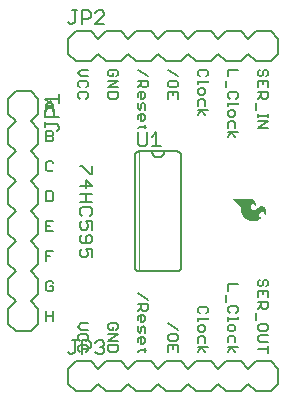
<source format=gbr>
G04 EAGLE Gerber RS-274X export*
G75*
%MOMM*%
%FSLAX34Y34*%
%LPD*%
%INSilkscreen Top*%
%IPPOS*%
%AMOC8*
5,1,8,0,0,1.08239X$1,22.5*%
G01*
%ADD10C,0.152400*%
%ADD11C,0.203200*%
%ADD12C,0.050800*%
%ADD13C,0.127000*%

G36*
X208944Y143841D02*
X208944Y143841D01*
X208953Y143845D01*
X208965Y143843D01*
X210004Y144050D01*
X210012Y144055D01*
X210023Y144055D01*
X211020Y144413D01*
X211027Y144419D01*
X211038Y144420D01*
X211972Y144922D01*
X211979Y144931D01*
X211991Y144934D01*
X213128Y145841D01*
X213134Y145852D01*
X213147Y145859D01*
X214068Y146985D01*
X214080Y147028D01*
X214096Y147069D01*
X214094Y147074D01*
X214095Y147080D01*
X214074Y147118D01*
X214055Y147158D01*
X214049Y147161D01*
X214047Y147165D01*
X214018Y147173D01*
X213970Y147191D01*
X213090Y147191D01*
X212970Y147207D01*
X212867Y147251D01*
X212527Y147525D01*
X212279Y147886D01*
X212214Y148060D01*
X212156Y148599D01*
X212254Y149128D01*
X212503Y149616D01*
X213154Y150518D01*
X213508Y150930D01*
X213918Y151281D01*
X214376Y151564D01*
X214870Y151770D01*
X215170Y151829D01*
X215473Y151817D01*
X215992Y151660D01*
X216452Y151374D01*
X216822Y150979D01*
X217077Y150498D01*
X217216Y150008D01*
X217273Y149497D01*
X217273Y148894D01*
X217273Y148893D01*
X217282Y148872D01*
X217311Y148803D01*
X217403Y148768D01*
X217413Y148772D01*
X217488Y148806D01*
X217491Y148808D01*
X217492Y148809D01*
X217493Y148810D01*
X217513Y148831D01*
X217516Y148838D01*
X217524Y148842D01*
X217862Y149277D01*
X217866Y149292D01*
X217878Y149304D01*
X218099Y149808D01*
X218099Y149809D01*
X218251Y150165D01*
X218352Y150393D01*
X218353Y150404D01*
X218359Y150413D01*
X218579Y151291D01*
X218578Y151300D01*
X218582Y151310D01*
X218668Y152210D01*
X218664Y152220D01*
X218668Y152232D01*
X218602Y153100D01*
X218596Y153111D01*
X218597Y153124D01*
X218366Y153964D01*
X218358Y153974D01*
X218357Y153987D01*
X217969Y154767D01*
X217961Y154774D01*
X217958Y154785D01*
X217398Y155562D01*
X217391Y155566D01*
X217387Y155575D01*
X216729Y156271D01*
X216718Y156276D01*
X216710Y156287D01*
X216107Y156718D01*
X216092Y156721D01*
X216079Y156733D01*
X215387Y157000D01*
X215371Y157000D01*
X215356Y157008D01*
X214619Y157095D01*
X214604Y157090D01*
X214587Y157094D01*
X213852Y156995D01*
X213839Y156987D01*
X213822Y156987D01*
X213134Y156707D01*
X213125Y156698D01*
X213111Y156695D01*
X211353Y155508D01*
X211348Y155500D01*
X211337Y155496D01*
X209796Y154043D01*
X209361Y153673D01*
X208858Y153433D01*
X208310Y153331D01*
X207754Y153374D01*
X207229Y153560D01*
X206769Y153875D01*
X206404Y154300D01*
X206111Y154843D01*
X205913Y155429D01*
X205816Y156039D01*
X205851Y156750D01*
X206058Y157428D01*
X206423Y158034D01*
X206751Y158347D01*
X207155Y158553D01*
X207571Y158646D01*
X207999Y158646D01*
X208414Y158553D01*
X208552Y158481D01*
X208666Y158363D01*
X209265Y157539D01*
X209336Y157406D01*
X209364Y157268D01*
X209348Y157110D01*
X209362Y157067D01*
X209373Y157022D01*
X209377Y157020D01*
X209378Y157016D01*
X209419Y156996D01*
X209458Y156973D01*
X209462Y156974D01*
X209466Y156972D01*
X209509Y156987D01*
X209553Y157000D01*
X209555Y157003D01*
X209559Y157005D01*
X209578Y157042D01*
X209599Y157078D01*
X209675Y157561D01*
X209674Y157566D01*
X209676Y157571D01*
X209749Y158511D01*
X209746Y158520D01*
X209749Y158531D01*
X209676Y159471D01*
X209671Y159481D01*
X209672Y159493D01*
X209488Y160192D01*
X209480Y160202D01*
X209479Y160216D01*
X209158Y160864D01*
X209149Y160872D01*
X209145Y160886D01*
X208700Y161456D01*
X208689Y161462D01*
X208683Y161474D01*
X208133Y161944D01*
X208121Y161948D01*
X208112Y161959D01*
X207380Y162360D01*
X207367Y162361D01*
X207356Y162370D01*
X206557Y162610D01*
X206544Y162609D01*
X206531Y162615D01*
X205700Y162685D01*
X205694Y162683D01*
X205689Y162685D01*
X190525Y162685D01*
X190520Y162683D01*
X190516Y162685D01*
X190476Y162664D01*
X190434Y162647D01*
X190433Y162642D01*
X190428Y162640D01*
X190415Y162597D01*
X190399Y162555D01*
X190401Y162550D01*
X190399Y162546D01*
X190435Y162476D01*
X190440Y162466D01*
X190441Y162465D01*
X195923Y157593D01*
X196705Y156739D01*
X197294Y155749D01*
X197421Y155398D01*
X197486Y155030D01*
X197486Y152755D01*
X197488Y152750D01*
X197486Y152744D01*
X197610Y151380D01*
X197616Y151370D01*
X197614Y151358D01*
X197982Y150039D01*
X197990Y150031D01*
X197991Y150018D01*
X198591Y148788D01*
X198598Y148781D01*
X198601Y148770D01*
X199418Y147613D01*
X199426Y147608D01*
X199429Y147599D01*
X200401Y146568D01*
X200409Y146564D01*
X200414Y146556D01*
X201521Y145671D01*
X201531Y145669D01*
X201538Y145660D01*
X203219Y144713D01*
X203230Y144712D01*
X203240Y144704D01*
X205064Y144076D01*
X205075Y144077D01*
X205086Y144070D01*
X206993Y143782D01*
X207004Y143785D01*
X207016Y143781D01*
X208944Y143841D01*
G37*
D10*
X67825Y57658D02*
X62063Y57658D01*
X59182Y54777D01*
X62063Y51896D01*
X67825Y51896D01*
X67825Y43981D02*
X66385Y42541D01*
X67825Y43981D02*
X67825Y46862D01*
X66385Y48303D01*
X60623Y48303D01*
X59182Y46862D01*
X59182Y43981D01*
X60623Y42541D01*
X67825Y34626D02*
X66385Y33185D01*
X67825Y34626D02*
X67825Y37507D01*
X66385Y38948D01*
X60623Y38948D01*
X59182Y37507D01*
X59182Y34626D01*
X60623Y33185D01*
X62063Y272288D02*
X67825Y272288D01*
X62063Y272288D02*
X59182Y269407D01*
X62063Y266526D01*
X67825Y266526D01*
X67825Y258611D02*
X66385Y257171D01*
X67825Y258611D02*
X67825Y261492D01*
X66385Y262933D01*
X60623Y262933D01*
X59182Y261492D01*
X59182Y258611D01*
X60623Y257171D01*
X67825Y249256D02*
X66385Y247815D01*
X67825Y249256D02*
X67825Y252137D01*
X66385Y253578D01*
X60623Y253578D01*
X59182Y252137D01*
X59182Y249256D01*
X60623Y247815D01*
X93225Y53336D02*
X91785Y51896D01*
X93225Y53336D02*
X93225Y56217D01*
X91785Y57658D01*
X86023Y57658D01*
X84582Y56217D01*
X84582Y53336D01*
X86023Y51896D01*
X88904Y51896D01*
X88904Y54777D01*
X93225Y48303D02*
X84582Y48303D01*
X84582Y42541D02*
X93225Y48303D01*
X93225Y42541D02*
X84582Y42541D01*
X84582Y38948D02*
X93225Y38948D01*
X84582Y38948D02*
X84582Y34626D01*
X86023Y33185D01*
X91785Y33185D01*
X93225Y34626D01*
X93225Y38948D01*
X91785Y266526D02*
X93225Y267966D01*
X93225Y270847D01*
X91785Y272288D01*
X86023Y272288D01*
X84582Y270847D01*
X84582Y267966D01*
X86023Y266526D01*
X88904Y266526D01*
X88904Y269407D01*
X93225Y262933D02*
X84582Y262933D01*
X84582Y257171D02*
X93225Y262933D01*
X93225Y257171D02*
X84582Y257171D01*
X84582Y253578D02*
X93225Y253578D01*
X84582Y253578D02*
X84582Y249256D01*
X86023Y247815D01*
X91785Y247815D01*
X93225Y249256D01*
X93225Y253578D01*
X109982Y83058D02*
X118625Y77296D01*
X118625Y73703D02*
X109982Y73703D01*
X118625Y73703D02*
X118625Y69381D01*
X117185Y67941D01*
X114304Y67941D01*
X112863Y69381D01*
X112863Y73703D01*
X112863Y70822D02*
X109982Y67941D01*
X109982Y62907D02*
X109982Y60026D01*
X109982Y62907D02*
X111423Y64348D01*
X114304Y64348D01*
X115744Y62907D01*
X115744Y60026D01*
X114304Y58585D01*
X112863Y58585D01*
X112863Y64348D01*
X109982Y54992D02*
X109982Y50671D01*
X111423Y49230D01*
X112863Y50671D01*
X112863Y53552D01*
X114304Y54992D01*
X115744Y53552D01*
X115744Y49230D01*
X109982Y44197D02*
X109982Y41316D01*
X109982Y44197D02*
X111423Y45637D01*
X114304Y45637D01*
X115744Y44197D01*
X115744Y41316D01*
X114304Y39875D01*
X112863Y39875D01*
X112863Y45637D01*
X111423Y34842D02*
X117185Y34842D01*
X111423Y34842D02*
X109982Y33401D01*
X115744Y33401D02*
X115744Y36282D01*
X118625Y266526D02*
X109982Y272288D01*
X109982Y262933D02*
X118625Y262933D01*
X118625Y258611D01*
X117185Y257171D01*
X114304Y257171D01*
X112863Y258611D01*
X112863Y262933D01*
X112863Y260052D02*
X109982Y257171D01*
X109982Y252137D02*
X109982Y249256D01*
X109982Y252137D02*
X111423Y253578D01*
X114304Y253578D01*
X115744Y252137D01*
X115744Y249256D01*
X114304Y247815D01*
X112863Y247815D01*
X112863Y253578D01*
X109982Y244222D02*
X109982Y239901D01*
X111423Y238460D01*
X112863Y239901D01*
X112863Y242782D01*
X114304Y244222D01*
X115744Y242782D01*
X115744Y238460D01*
X109982Y233427D02*
X109982Y230546D01*
X109982Y233427D02*
X111423Y234867D01*
X114304Y234867D01*
X115744Y233427D01*
X115744Y230546D01*
X114304Y229105D01*
X112863Y229105D01*
X112863Y234867D01*
X111423Y224072D02*
X117185Y224072D01*
X111423Y224072D02*
X109982Y222631D01*
X115744Y222631D02*
X115744Y225512D01*
X135382Y57658D02*
X144025Y51896D01*
X144025Y46862D02*
X144025Y43981D01*
X144025Y46862D02*
X142585Y48303D01*
X136823Y48303D01*
X135382Y46862D01*
X135382Y43981D01*
X136823Y42541D01*
X142585Y42541D01*
X144025Y43981D01*
X144025Y38948D02*
X144025Y33185D01*
X144025Y38948D02*
X135382Y38948D01*
X135382Y33185D01*
X139704Y36067D02*
X139704Y38948D01*
X144025Y266526D02*
X135382Y272288D01*
X144025Y261492D02*
X144025Y258611D01*
X144025Y261492D02*
X142585Y262933D01*
X136823Y262933D01*
X135382Y261492D01*
X135382Y258611D01*
X136823Y257171D01*
X142585Y257171D01*
X144025Y258611D01*
X144025Y253578D02*
X144025Y247815D01*
X144025Y253578D02*
X135382Y253578D01*
X135382Y247815D01*
X139704Y250697D02*
X139704Y253578D01*
X169425Y67306D02*
X167985Y65866D01*
X169425Y67306D02*
X169425Y70187D01*
X167985Y71628D01*
X162223Y71628D01*
X160782Y70187D01*
X160782Y67306D01*
X162223Y65866D01*
X169425Y62273D02*
X169425Y60832D01*
X160782Y60832D01*
X160782Y59392D02*
X160782Y62273D01*
X160782Y54595D02*
X160782Y51714D01*
X162223Y50274D01*
X165104Y50274D01*
X166544Y51714D01*
X166544Y54595D01*
X165104Y56036D01*
X162223Y56036D01*
X160782Y54595D01*
X166544Y45240D02*
X166544Y40919D01*
X166544Y45240D02*
X165104Y46681D01*
X162223Y46681D01*
X160782Y45240D01*
X160782Y40919D01*
X160782Y37326D02*
X169425Y37326D01*
X163663Y37326D02*
X160782Y33004D01*
X163663Y37326D02*
X166544Y33004D01*
X167985Y266526D02*
X169425Y267966D01*
X169425Y270847D01*
X167985Y272288D01*
X162223Y272288D01*
X160782Y270847D01*
X160782Y267966D01*
X162223Y266526D01*
X169425Y262933D02*
X169425Y261492D01*
X160782Y261492D01*
X160782Y260052D02*
X160782Y262933D01*
X160782Y255255D02*
X160782Y252374D01*
X162223Y250934D01*
X165104Y250934D01*
X166544Y252374D01*
X166544Y255255D01*
X165104Y256696D01*
X162223Y256696D01*
X160782Y255255D01*
X166544Y245900D02*
X166544Y241579D01*
X166544Y245900D02*
X165104Y247341D01*
X162223Y247341D01*
X160782Y245900D01*
X160782Y241579D01*
X160782Y237986D02*
X169425Y237986D01*
X163663Y237986D02*
X160782Y233664D01*
X163663Y237986D02*
X166544Y233664D01*
X186182Y272288D02*
X194825Y272288D01*
X186182Y272288D02*
X186182Y266526D01*
X184741Y262933D02*
X184741Y257171D01*
X193385Y247815D02*
X194825Y249256D01*
X194825Y252137D01*
X193385Y253578D01*
X187623Y253578D01*
X186182Y252137D01*
X186182Y249256D01*
X187623Y247815D01*
X194825Y244222D02*
X194825Y242782D01*
X186182Y242782D01*
X186182Y244222D02*
X186182Y241341D01*
X186182Y236545D02*
X186182Y233664D01*
X187623Y232223D01*
X190504Y232223D01*
X191944Y233664D01*
X191944Y236545D01*
X190504Y237986D01*
X187623Y237986D01*
X186182Y236545D01*
X191944Y227190D02*
X191944Y222868D01*
X191944Y227190D02*
X190504Y228630D01*
X187623Y228630D01*
X186182Y227190D01*
X186182Y222868D01*
X186182Y219275D02*
X194825Y219275D01*
X189063Y219275D02*
X186182Y214954D01*
X189063Y219275D02*
X191944Y214954D01*
X194825Y90678D02*
X186182Y90678D01*
X186182Y84916D01*
X184741Y81323D02*
X184741Y75561D01*
X193385Y66205D02*
X194825Y67646D01*
X194825Y70527D01*
X193385Y71968D01*
X187623Y71968D01*
X186182Y70527D01*
X186182Y67646D01*
X187623Y66205D01*
X194825Y62612D02*
X194825Y61172D01*
X186182Y61172D01*
X186182Y62612D02*
X186182Y59731D01*
X186182Y54935D02*
X186182Y52054D01*
X187623Y50613D01*
X190504Y50613D01*
X191944Y52054D01*
X191944Y54935D01*
X190504Y56376D01*
X187623Y56376D01*
X186182Y54935D01*
X191944Y45580D02*
X191944Y41258D01*
X191944Y45580D02*
X190504Y47020D01*
X187623Y47020D01*
X186182Y45580D01*
X186182Y41258D01*
X186182Y37665D02*
X194825Y37665D01*
X189063Y37665D02*
X186182Y33344D01*
X189063Y37665D02*
X191944Y33344D01*
X218785Y266526D02*
X220225Y267966D01*
X220225Y270847D01*
X218785Y272288D01*
X217344Y272288D01*
X215904Y270847D01*
X215904Y267966D01*
X214463Y266526D01*
X213023Y266526D01*
X211582Y267966D01*
X211582Y270847D01*
X213023Y272288D01*
X220225Y262933D02*
X220225Y257171D01*
X220225Y262933D02*
X211582Y262933D01*
X211582Y257171D01*
X215904Y260052D02*
X215904Y262933D01*
X220225Y253578D02*
X211582Y253578D01*
X220225Y253578D02*
X220225Y249256D01*
X218785Y247815D01*
X215904Y247815D01*
X214463Y249256D01*
X214463Y253578D01*
X214463Y250697D02*
X211582Y247815D01*
X210141Y244222D02*
X210141Y238460D01*
X211582Y234867D02*
X211582Y231986D01*
X211582Y233427D02*
X220225Y233427D01*
X220225Y234867D02*
X220225Y231986D01*
X220225Y228630D02*
X211582Y228630D01*
X211582Y222868D02*
X220225Y228630D01*
X220225Y222868D02*
X211582Y222868D01*
X220225Y90166D02*
X218785Y88726D01*
X220225Y90166D02*
X220225Y93047D01*
X218785Y94488D01*
X217344Y94488D01*
X215904Y93047D01*
X215904Y90166D01*
X214463Y88726D01*
X213023Y88726D01*
X211582Y90166D01*
X211582Y93047D01*
X213023Y94488D01*
X220225Y85133D02*
X220225Y79371D01*
X220225Y85133D02*
X211582Y85133D01*
X211582Y79371D01*
X215904Y82252D02*
X215904Y85133D01*
X220225Y75778D02*
X211582Y75778D01*
X220225Y75778D02*
X220225Y71456D01*
X218785Y70015D01*
X215904Y70015D01*
X214463Y71456D01*
X214463Y75778D01*
X214463Y72897D02*
X211582Y70015D01*
X210141Y66422D02*
X210141Y60660D01*
X220225Y55627D02*
X220225Y52746D01*
X220225Y55627D02*
X218785Y57067D01*
X213023Y57067D01*
X211582Y55627D01*
X211582Y52746D01*
X213023Y51305D01*
X218785Y51305D01*
X220225Y52746D01*
X220225Y47712D02*
X213023Y47712D01*
X211582Y46272D01*
X211582Y43390D01*
X213023Y41950D01*
X220225Y41950D01*
X220225Y35476D02*
X211582Y35476D01*
X220225Y38357D02*
X220225Y32595D01*
X32512Y236982D02*
X32512Y242744D01*
X35393Y245625D01*
X38274Y242744D01*
X38274Y236982D01*
X38274Y241304D02*
X32512Y241304D01*
X32512Y220225D02*
X32512Y211582D01*
X32512Y220225D02*
X36834Y220225D01*
X38274Y218785D01*
X38274Y217344D01*
X36834Y215904D01*
X38274Y214463D01*
X38274Y213023D01*
X36834Y211582D01*
X32512Y211582D01*
X32512Y215904D02*
X36834Y215904D01*
X36834Y194825D02*
X38274Y193385D01*
X36834Y194825D02*
X33953Y194825D01*
X32512Y193385D01*
X32512Y187623D01*
X33953Y186182D01*
X36834Y186182D01*
X38274Y187623D01*
X32512Y169425D02*
X32512Y160782D01*
X36834Y160782D01*
X38274Y162223D01*
X38274Y167985D01*
X36834Y169425D01*
X32512Y169425D01*
X32512Y144025D02*
X38274Y144025D01*
X32512Y144025D02*
X32512Y135382D01*
X38274Y135382D01*
X35393Y139704D02*
X32512Y139704D01*
X32512Y118625D02*
X32512Y109982D01*
X32512Y118625D02*
X38274Y118625D01*
X35393Y114304D02*
X32512Y114304D01*
X36834Y93225D02*
X38274Y91785D01*
X36834Y93225D02*
X33953Y93225D01*
X32512Y91785D01*
X32512Y86023D01*
X33953Y84582D01*
X36834Y84582D01*
X38274Y86023D01*
X38274Y88904D01*
X35393Y88904D01*
X32512Y67825D02*
X32512Y59182D01*
X32512Y63504D02*
X38274Y63504D01*
X38274Y67825D02*
X38274Y59182D01*
D11*
X71383Y183636D02*
X71383Y190754D01*
X71383Y183636D02*
X69604Y183636D01*
X62486Y190754D01*
X60706Y190754D01*
X60706Y173721D02*
X71383Y173721D01*
X66045Y179060D01*
X66045Y171942D01*
X71383Y167366D02*
X60706Y167366D01*
X66045Y167366D02*
X66045Y160248D01*
X71383Y160248D02*
X60706Y160248D01*
X71383Y150334D02*
X69604Y148554D01*
X71383Y150334D02*
X71383Y153893D01*
X69604Y155672D01*
X62486Y155672D01*
X60706Y153893D01*
X60706Y150334D01*
X62486Y148554D01*
X71383Y143978D02*
X71383Y136860D01*
X71383Y143978D02*
X66045Y143978D01*
X67824Y140419D01*
X67824Y138640D01*
X66045Y136860D01*
X62486Y136860D01*
X60706Y138640D01*
X60706Y142199D01*
X62486Y143978D01*
X62486Y132284D02*
X60706Y130505D01*
X60706Y126946D01*
X62486Y125166D01*
X69604Y125166D01*
X71383Y126946D01*
X71383Y130505D01*
X69604Y132284D01*
X67824Y132284D01*
X66045Y130505D01*
X66045Y125166D01*
X71383Y120590D02*
X71383Y113472D01*
X71383Y120590D02*
X66045Y120590D01*
X67824Y117031D01*
X67824Y115252D01*
X66045Y113472D01*
X62486Y113472D01*
X60706Y115252D01*
X60706Y118811D01*
X62486Y120590D01*
D10*
X146558Y105410D02*
X146558Y199390D01*
X107442Y105410D02*
X107444Y105288D01*
X107450Y105166D01*
X107460Y105044D01*
X107473Y104923D01*
X107491Y104802D01*
X107512Y104682D01*
X107538Y104562D01*
X107567Y104444D01*
X107599Y104326D01*
X107636Y104209D01*
X107676Y104094D01*
X107720Y103980D01*
X107768Y103868D01*
X107819Y103757D01*
X107874Y103648D01*
X107932Y103540D01*
X107994Y103435D01*
X108059Y103332D01*
X108127Y103230D01*
X108199Y103131D01*
X108273Y103035D01*
X108351Y102940D01*
X108432Y102849D01*
X108515Y102759D01*
X108601Y102673D01*
X108691Y102590D01*
X108782Y102509D01*
X108877Y102431D01*
X108973Y102357D01*
X109072Y102285D01*
X109174Y102217D01*
X109277Y102152D01*
X109382Y102090D01*
X109490Y102032D01*
X109599Y101977D01*
X109710Y101926D01*
X109822Y101878D01*
X109936Y101834D01*
X110051Y101794D01*
X110168Y101757D01*
X110286Y101725D01*
X110404Y101696D01*
X110524Y101670D01*
X110644Y101649D01*
X110765Y101631D01*
X110886Y101618D01*
X111008Y101608D01*
X111130Y101602D01*
X111252Y101600D01*
X146558Y199390D02*
X146556Y199512D01*
X146550Y199634D01*
X146540Y199756D01*
X146527Y199877D01*
X146509Y199998D01*
X146488Y200118D01*
X146462Y200238D01*
X146433Y200356D01*
X146401Y200474D01*
X146364Y200591D01*
X146324Y200706D01*
X146280Y200820D01*
X146232Y200932D01*
X146181Y201043D01*
X146126Y201152D01*
X146068Y201260D01*
X146006Y201365D01*
X145941Y201468D01*
X145873Y201570D01*
X145801Y201669D01*
X145727Y201765D01*
X145649Y201860D01*
X145568Y201951D01*
X145485Y202041D01*
X145399Y202127D01*
X145309Y202210D01*
X145218Y202291D01*
X145123Y202369D01*
X145027Y202443D01*
X144928Y202515D01*
X144826Y202583D01*
X144723Y202648D01*
X144618Y202710D01*
X144510Y202768D01*
X144401Y202823D01*
X144290Y202874D01*
X144178Y202922D01*
X144064Y202966D01*
X143949Y203006D01*
X143832Y203043D01*
X143714Y203075D01*
X143596Y203104D01*
X143476Y203130D01*
X143356Y203151D01*
X143235Y203169D01*
X143114Y203182D01*
X142992Y203192D01*
X142870Y203198D01*
X142748Y203200D01*
X146558Y105410D02*
X146556Y105288D01*
X146550Y105166D01*
X146540Y105044D01*
X146527Y104923D01*
X146509Y104802D01*
X146488Y104682D01*
X146462Y104562D01*
X146433Y104444D01*
X146401Y104326D01*
X146364Y104209D01*
X146324Y104094D01*
X146280Y103980D01*
X146232Y103868D01*
X146181Y103757D01*
X146126Y103648D01*
X146068Y103540D01*
X146006Y103435D01*
X145941Y103332D01*
X145873Y103230D01*
X145801Y103131D01*
X145727Y103035D01*
X145649Y102940D01*
X145568Y102849D01*
X145485Y102759D01*
X145399Y102673D01*
X145309Y102590D01*
X145218Y102509D01*
X145123Y102431D01*
X145027Y102357D01*
X144928Y102285D01*
X144826Y102217D01*
X144723Y102152D01*
X144618Y102090D01*
X144510Y102032D01*
X144401Y101977D01*
X144290Y101926D01*
X144178Y101878D01*
X144064Y101834D01*
X143949Y101794D01*
X143832Y101757D01*
X143714Y101725D01*
X143596Y101696D01*
X143476Y101670D01*
X143356Y101649D01*
X143235Y101631D01*
X143114Y101618D01*
X142992Y101608D01*
X142870Y101602D01*
X142748Y101600D01*
X107442Y199390D02*
X107444Y199512D01*
X107450Y199634D01*
X107460Y199756D01*
X107473Y199877D01*
X107491Y199998D01*
X107512Y200118D01*
X107538Y200238D01*
X107567Y200356D01*
X107599Y200474D01*
X107636Y200591D01*
X107676Y200706D01*
X107720Y200820D01*
X107768Y200932D01*
X107819Y201043D01*
X107874Y201152D01*
X107932Y201260D01*
X107994Y201365D01*
X108059Y201468D01*
X108127Y201570D01*
X108199Y201669D01*
X108273Y201765D01*
X108351Y201860D01*
X108432Y201951D01*
X108515Y202041D01*
X108601Y202127D01*
X108691Y202210D01*
X108782Y202291D01*
X108877Y202369D01*
X108973Y202443D01*
X109072Y202515D01*
X109174Y202583D01*
X109277Y202648D01*
X109382Y202710D01*
X109490Y202768D01*
X109599Y202823D01*
X109710Y202874D01*
X109822Y202922D01*
X109936Y202966D01*
X110051Y203006D01*
X110168Y203043D01*
X110286Y203075D01*
X110404Y203104D01*
X110524Y203130D01*
X110644Y203151D01*
X110765Y203169D01*
X110886Y203182D01*
X111008Y203192D01*
X111130Y203198D01*
X111252Y203200D01*
X107442Y199390D02*
X107442Y105410D01*
X111252Y101600D02*
X142748Y101600D01*
X142748Y203200D02*
X132080Y203200D01*
X121920Y203200D01*
X111252Y203200D01*
X121920Y203200D02*
X121922Y203059D01*
X121928Y202918D01*
X121938Y202777D01*
X121951Y202636D01*
X121969Y202496D01*
X121991Y202357D01*
X122016Y202218D01*
X122045Y202079D01*
X122078Y201942D01*
X122115Y201806D01*
X122156Y201671D01*
X122200Y201536D01*
X122248Y201404D01*
X122300Y201272D01*
X122355Y201142D01*
X122414Y201014D01*
X122477Y200887D01*
X122543Y200763D01*
X122612Y200640D01*
X122685Y200519D01*
X122761Y200400D01*
X122841Y200283D01*
X122924Y200169D01*
X123009Y200056D01*
X123098Y199947D01*
X123190Y199839D01*
X123285Y199735D01*
X123383Y199633D01*
X123484Y199534D01*
X123587Y199437D01*
X123693Y199344D01*
X123801Y199254D01*
X123912Y199166D01*
X124025Y199082D01*
X124141Y199001D01*
X124259Y198923D01*
X124379Y198848D01*
X124501Y198777D01*
X124625Y198709D01*
X124751Y198645D01*
X124878Y198584D01*
X125007Y198527D01*
X125138Y198474D01*
X125270Y198424D01*
X125403Y198377D01*
X125538Y198335D01*
X125674Y198296D01*
X125811Y198261D01*
X125948Y198230D01*
X126087Y198203D01*
X126226Y198179D01*
X126366Y198160D01*
X126506Y198144D01*
X126647Y198132D01*
X126788Y198124D01*
X126929Y198120D01*
X127071Y198120D01*
X127212Y198124D01*
X127353Y198132D01*
X127494Y198144D01*
X127634Y198160D01*
X127774Y198179D01*
X127913Y198203D01*
X128052Y198230D01*
X128189Y198261D01*
X128326Y198296D01*
X128462Y198335D01*
X128597Y198377D01*
X128730Y198424D01*
X128862Y198474D01*
X128993Y198527D01*
X129122Y198584D01*
X129249Y198645D01*
X129375Y198709D01*
X129499Y198777D01*
X129621Y198848D01*
X129741Y198923D01*
X129859Y199001D01*
X129975Y199082D01*
X130088Y199166D01*
X130199Y199254D01*
X130307Y199344D01*
X130413Y199437D01*
X130516Y199534D01*
X130617Y199633D01*
X130715Y199735D01*
X130810Y199839D01*
X130902Y199947D01*
X130991Y200056D01*
X131076Y200169D01*
X131159Y200283D01*
X131239Y200400D01*
X131315Y200519D01*
X131388Y200640D01*
X131457Y200763D01*
X131523Y200887D01*
X131586Y201014D01*
X131645Y201142D01*
X131700Y201272D01*
X131752Y201404D01*
X131800Y201536D01*
X131844Y201671D01*
X131885Y201806D01*
X131922Y201942D01*
X131955Y202079D01*
X131984Y202218D01*
X132009Y202357D01*
X132031Y202496D01*
X132049Y202636D01*
X132062Y202777D01*
X132072Y202918D01*
X132078Y203059D01*
X132080Y203200D01*
D12*
X110998Y203200D02*
X110998Y101600D01*
D13*
X109855Y209552D02*
X109855Y219085D01*
X109855Y209552D02*
X111762Y207645D01*
X115575Y207645D01*
X117482Y209552D01*
X117482Y219085D01*
X121549Y215272D02*
X125362Y219085D01*
X125362Y207645D01*
X121549Y207645D02*
X129175Y207645D01*
D11*
X25400Y95250D02*
X25400Y82550D01*
X19050Y76200D01*
X6350Y76200D02*
X0Y82550D01*
X25400Y120650D02*
X19050Y127000D01*
X25400Y120650D02*
X25400Y107950D01*
X19050Y101600D01*
X6350Y101600D02*
X0Y107950D01*
X0Y120650D01*
X6350Y127000D01*
X19050Y101600D02*
X25400Y95250D01*
X6350Y101600D02*
X0Y95250D01*
X0Y82550D01*
X25400Y158750D02*
X25400Y171450D01*
X25400Y158750D02*
X19050Y152400D01*
X6350Y152400D02*
X0Y158750D01*
X19050Y152400D02*
X25400Y146050D01*
X25400Y133350D01*
X19050Y127000D01*
X6350Y127000D02*
X0Y133350D01*
X0Y146050D01*
X6350Y152400D01*
X25400Y196850D02*
X19050Y203200D01*
X25400Y196850D02*
X25400Y184150D01*
X19050Y177800D01*
X6350Y177800D02*
X0Y184150D01*
X0Y196850D01*
X6350Y203200D01*
X19050Y177800D02*
X25400Y171450D01*
X6350Y177800D02*
X0Y171450D01*
X0Y158750D01*
X25400Y234950D02*
X25400Y247650D01*
X25400Y234950D02*
X19050Y228600D01*
X6350Y228600D02*
X0Y234950D01*
X19050Y228600D02*
X25400Y222250D01*
X25400Y209550D01*
X19050Y203200D01*
X6350Y203200D02*
X0Y209550D01*
X0Y222250D01*
X6350Y228600D01*
X6350Y254000D02*
X19050Y254000D01*
X25400Y247650D01*
X6350Y254000D02*
X0Y247650D01*
X0Y234950D01*
X25400Y69850D02*
X25400Y57150D01*
X19050Y50800D01*
X6350Y50800D01*
X0Y57150D01*
X19050Y76200D02*
X25400Y69850D01*
X6350Y76200D02*
X0Y69850D01*
X0Y57150D01*
D13*
X41146Y220315D02*
X43053Y222222D01*
X43053Y224128D01*
X41146Y226035D01*
X31613Y226035D01*
X31613Y224128D02*
X31613Y227942D01*
X31613Y232009D02*
X43053Y232009D01*
X31613Y232009D02*
X31613Y237729D01*
X33520Y239636D01*
X37333Y239636D01*
X39240Y237729D01*
X39240Y232009D01*
X35427Y243703D02*
X31613Y247516D01*
X43053Y247516D01*
X43053Y243703D02*
X43053Y251329D01*
D11*
X209550Y304800D02*
X222250Y304800D01*
X228600Y298450D01*
X228600Y285750D02*
X222250Y279400D01*
X184150Y304800D02*
X177800Y298450D01*
X184150Y304800D02*
X196850Y304800D01*
X203200Y298450D01*
X203200Y285750D02*
X196850Y279400D01*
X184150Y279400D01*
X177800Y285750D01*
X203200Y298450D02*
X209550Y304800D01*
X203200Y285750D02*
X209550Y279400D01*
X222250Y279400D01*
X146050Y304800D02*
X133350Y304800D01*
X146050Y304800D02*
X152400Y298450D01*
X152400Y285750D02*
X146050Y279400D01*
X152400Y298450D02*
X158750Y304800D01*
X171450Y304800D01*
X177800Y298450D01*
X177800Y285750D02*
X171450Y279400D01*
X158750Y279400D01*
X152400Y285750D01*
X107950Y304800D02*
X101600Y298450D01*
X107950Y304800D02*
X120650Y304800D01*
X127000Y298450D01*
X127000Y285750D02*
X120650Y279400D01*
X107950Y279400D01*
X101600Y285750D01*
X127000Y298450D02*
X133350Y304800D01*
X127000Y285750D02*
X133350Y279400D01*
X146050Y279400D01*
X69850Y304800D02*
X57150Y304800D01*
X69850Y304800D02*
X76200Y298450D01*
X76200Y285750D02*
X69850Y279400D01*
X76200Y298450D02*
X82550Y304800D01*
X95250Y304800D01*
X101600Y298450D01*
X101600Y285750D02*
X95250Y279400D01*
X82550Y279400D01*
X76200Y285750D01*
X50800Y285750D02*
X50800Y298450D01*
X57150Y304800D01*
X50800Y285750D02*
X57150Y279400D01*
X69850Y279400D01*
X228600Y285750D02*
X228600Y298450D01*
D13*
X52580Y311023D02*
X50673Y312930D01*
X52580Y311023D02*
X54486Y311023D01*
X56393Y312930D01*
X56393Y322463D01*
X54486Y322463D02*
X58300Y322463D01*
X62367Y322463D02*
X62367Y311023D01*
X62367Y322463D02*
X68087Y322463D01*
X69993Y320556D01*
X69993Y316743D01*
X68087Y314836D01*
X62367Y314836D01*
X74061Y311023D02*
X81687Y311023D01*
X74061Y311023D02*
X81687Y318650D01*
X81687Y320556D01*
X79781Y322463D01*
X75968Y322463D01*
X74061Y320556D01*
D11*
X209550Y25400D02*
X222250Y25400D01*
X228600Y19050D01*
X228600Y6350D02*
X222250Y0D01*
X184150Y25400D02*
X177800Y19050D01*
X184150Y25400D02*
X196850Y25400D01*
X203200Y19050D01*
X203200Y6350D02*
X196850Y0D01*
X184150Y0D01*
X177800Y6350D01*
X203200Y19050D02*
X209550Y25400D01*
X203200Y6350D02*
X209550Y0D01*
X222250Y0D01*
X146050Y25400D02*
X133350Y25400D01*
X146050Y25400D02*
X152400Y19050D01*
X152400Y6350D02*
X146050Y0D01*
X152400Y19050D02*
X158750Y25400D01*
X171450Y25400D01*
X177800Y19050D01*
X177800Y6350D02*
X171450Y0D01*
X158750Y0D01*
X152400Y6350D01*
X107950Y25400D02*
X101600Y19050D01*
X107950Y25400D02*
X120650Y25400D01*
X127000Y19050D01*
X127000Y6350D02*
X120650Y0D01*
X107950Y0D01*
X101600Y6350D01*
X127000Y19050D02*
X133350Y25400D01*
X127000Y6350D02*
X133350Y0D01*
X146050Y0D01*
X69850Y25400D02*
X57150Y25400D01*
X69850Y25400D02*
X76200Y19050D01*
X76200Y6350D02*
X69850Y0D01*
X76200Y19050D02*
X82550Y25400D01*
X95250Y25400D01*
X101600Y19050D01*
X101600Y6350D02*
X95250Y0D01*
X82550Y0D01*
X76200Y6350D01*
X50800Y6350D02*
X50800Y19050D01*
X57150Y25400D01*
X50800Y6350D02*
X57150Y0D01*
X69850Y0D01*
X228600Y6350D02*
X228600Y19050D01*
D13*
X52580Y31623D02*
X50673Y33530D01*
X52580Y31623D02*
X54486Y31623D01*
X56393Y33530D01*
X56393Y43063D01*
X54486Y43063D02*
X58300Y43063D01*
X62367Y43063D02*
X62367Y31623D01*
X62367Y43063D02*
X68087Y43063D01*
X69993Y41156D01*
X69993Y37343D01*
X68087Y35436D01*
X62367Y35436D01*
X74061Y41156D02*
X75968Y43063D01*
X79781Y43063D01*
X81687Y41156D01*
X81687Y39250D01*
X79781Y37343D01*
X77874Y37343D01*
X79781Y37343D02*
X81687Y35436D01*
X81687Y33530D01*
X79781Y31623D01*
X75968Y31623D01*
X74061Y33530D01*
M02*

</source>
